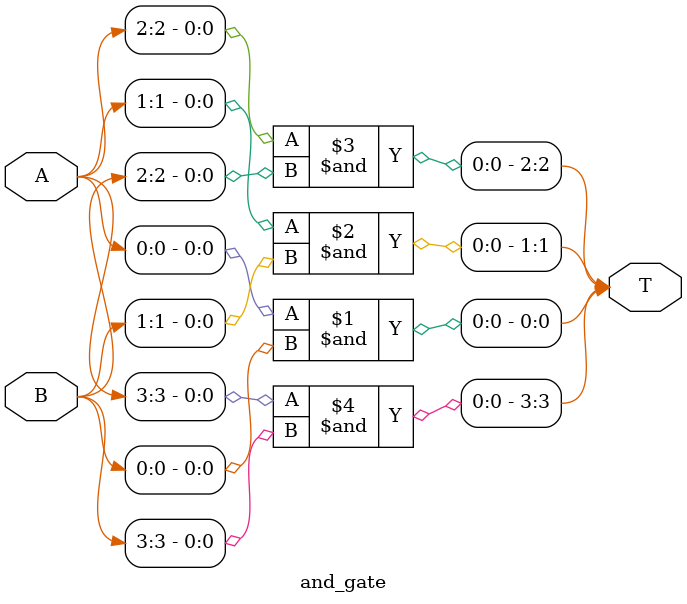
<source format=v>
module and_gate 
(
    output [3:0]T,
    input wire [3:0]A,
    input wire [3:0]B    
);

    and G0(T[0],A[0],B[0]);
    and G1(T[1],A[1],B[1]);
    and G2(T[2],A[2],B[2]);
    and G3(T[3],A[3],B[3]);
    
endmodule
</source>
